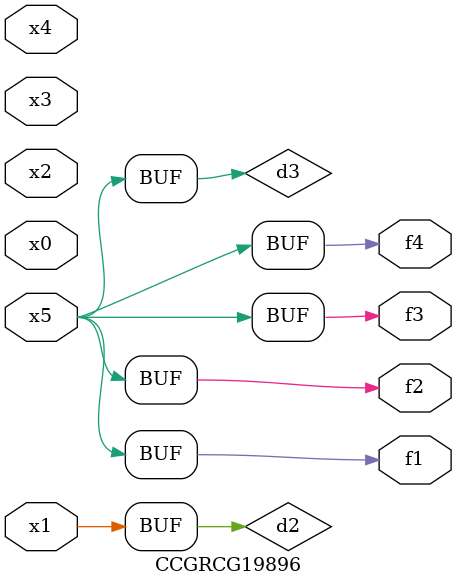
<source format=v>
module CCGRCG19896(
	input x0, x1, x2, x3, x4, x5,
	output f1, f2, f3, f4
);

	wire d1, d2, d3;

	not (d1, x5);
	or (d2, x1);
	xnor (d3, d1);
	assign f1 = d3;
	assign f2 = d3;
	assign f3 = d3;
	assign f4 = d3;
endmodule

</source>
